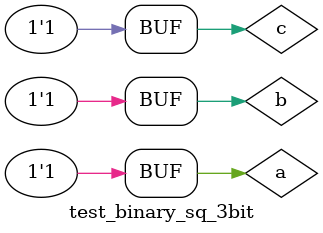
<source format=v>
`timescale 1ns / 1ps

module test_binary_sq_3bit();

    reg a,b,c;
    wire [5:0] p;
    
    Binary_Sq_3bit uut(a,b,c,p);
    
    initial
    begin
    a=1'b0; b=1'b0; c=1'b0; #100;
    a=1'b0; b=1'b0; c=1'b1; #100;
    a=1'b0; b=1'b1; c=1'b0; #100;
    a=1'b0; b=1'b1; c=1'b1; #100;
    a=1'b1; b=1'b0; c=1'b0; #100;
    a=1'b1; b=1'b0; c=1'b1; #100;
    a=1'b1; b=1'b1; c=1'b0; #100;
    a=1'b1; b=1'b1; c=1'b1; #100;
    end

endmodule

</source>
